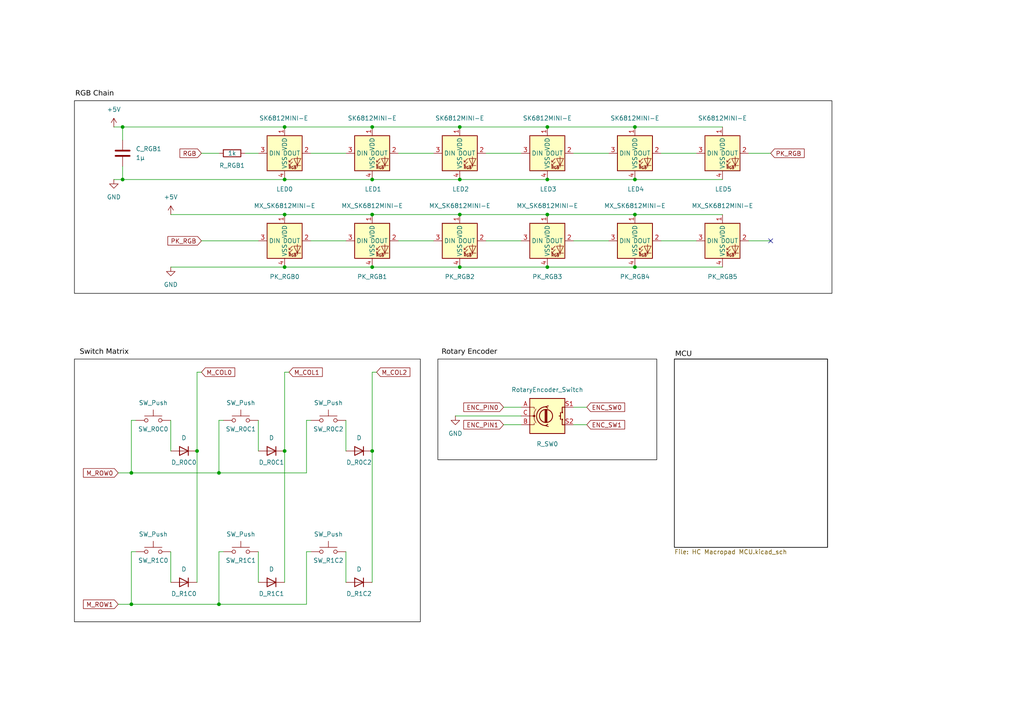
<source format=kicad_sch>
(kicad_sch (version 20231120) (generator "eeschema") (generator_version "8.0")
  (paper "A4")
  (title_block (title "HC Macropad") (date "2024-10-07") (rev "0.1.2") (company "Google") (comment 1 "Licensed under CERN-OHL-W v2"))
  (lib_symbols
    (symbol "Device:C" (pin_numbers hide) (pin_names (offset 0.254))
      (property "Reference" "C" (at 0.635 2.54 0))
      (property "Value" "C" (at 0.635 -2.54 0))
      (symbol "C_0_1"
        (polyline (pts (xy -2.032 -0.762) (xy 2.032 -0.762)) (stroke (width 0.508)))
        (polyline (pts (xy -2.032 0.762) (xy 2.032 0.762)) (stroke (width 0.508)))
      )
      (symbol "C_1_1"
        (pin passive line (at 0 3.81 270) (length 2.794) (name "~") (number "1"))
        (pin passive line (at 0 -3.81 90) (length 2.794) (name "~") (number "2"))
      )
    )
    (symbol "Device:D" (pin_numbers hide) (pin_names (offset 1.016) hide)
      (property "Reference" "D" (at 0 2.54 0))
      (property "Value" "D" (at 0 -2.54 0))
      (symbol "D_0_1"
        (polyline (pts (xy -1.27 1.27) (xy -1.27 -1.27)) (stroke (width 0.254)))
        (polyline (pts (xy 1.27 0) (xy -1.27 0)))
        (polyline (pts (xy 1.27 1.27) (xy 1.27 -1.27) (xy -1.27 0) (xy 1.27 1.27)) (stroke (width 0.254)))
      )
      (symbol "D_1_1"
        (pin passive line (at -3.81 0 0) (length 2.54) (name "K") (number "1"))
        (pin passive line (at 3.81 0 180) (length 2.54) (name "A") (number "2"))
      )
    )
    (symbol "Device:R" (pin_numbers hide) (pin_names (offset 0))
      (property "Reference" "R" (at 2.032 0 90))
      (property "Value" "R" (at 0 0 90))
      (symbol "R_0_1"
        (rectangle (start -1.016 -2.54) (end 1.016 2.54) (stroke (width 0.254)))
      )
      (symbol "R_1_1"
        (pin passive line (at 0 3.81 270) (length 1.27) (name "~") (number "1"))
        (pin passive line (at 0 -3.81 90) (length 1.27) (name "~") (number "2"))
      )
    )
    (symbol "Device:RotaryEncoder_Switch" (pin_names (offset 0.254) hide)
      (property "Reference" "SW" (at 0 6.604 0))
      (property "Value" "RotaryEncoder_Switch" (at 0 -6.604 0))
      (symbol "RotaryEncoder_Switch_0_1"
        (rectangle (start -5.08 5.08) (end 5.08 -5.08) (stroke (width 0.254)) (fill (type background)))
        (circle (center -3.81 0) (radius 0.254) (fill (type outline)))
        (circle (center -0.381 0) (radius 1.905) (stroke (width 0.254)))
        (arc (start -0.381 2.667) (mid -3.0988 -0.0635) (end -0.381 -2.794) (stroke (width 0.254)))
        (polyline (pts (xy -0.635 -1.778) (xy -0.635 1.778)) (stroke (width 0.254)))
        (polyline (pts (xy -0.381 -1.778) (xy -0.381 1.778)) (stroke (width 0.254)))
        (polyline (pts (xy -0.127 1.778) (xy -0.127 -1.778)) (stroke (width 0.254)))
        (polyline (pts (xy 3.81 0) (xy 3.429 0)) (stroke (width 0.254)))
        (polyline (pts (xy 3.81 1.016) (xy 3.81 -1.016)) (stroke (width 0.254)))
        (polyline (pts (xy -5.08 -2.54) (xy -3.81 -2.54) (xy -3.81 -2.032)))
        (polyline (pts (xy -5.08 2.54) (xy -3.81 2.54) (xy -3.81 2.032)))
        (polyline (pts (xy 0.254 -3.048) (xy -0.508 -2.794) (xy 0.127 -2.413)) (stroke (width 0.254)))
        (polyline (pts (xy 0.254 2.921) (xy -0.508 2.667) (xy 0.127 2.286)) (stroke (width 0.254)))
        (polyline (pts (xy 5.08 -2.54) (xy 4.318 -2.54) (xy 4.318 -1.016)) (stroke (width 0.254)))
        (polyline (pts (xy 5.08 2.54) (xy 4.318 2.54) (xy 4.318 1.016)) (stroke (width 0.254)))
        (polyline (pts (xy -5.08 0) (xy -3.81 0) (xy -3.81 -1.016) (xy -3.302 -2.032)))
        (polyline (pts (xy -4.318 0) (xy -3.81 0) (xy -3.81 1.016) (xy -3.302 2.032)))
        (circle (center 4.318 -1.016) (radius 0.127) (stroke (width 0.254)))
        (circle (center 4.318 1.016) (radius 0.127) (stroke (width 0.254)))
      )
      (symbol "RotaryEncoder_Switch_1_1"
        (pin passive line (at -7.62 2.54 0) (length 2.54) (name "A") (number "A"))
        (pin passive line (at -7.62 -2.54 0) (length 2.54) (name "B") (number "B"))
        (pin passive line (at -7.62 0 0) (length 2.54) (name "C") (number "C"))
        (pin passive line (at 7.62 2.54 180) (length 2.54) (name "S1") (number "S1"))
        (pin passive line (at 7.62 -2.54 180) (length 2.54) (name "S2") (number "S2"))
      )
    )
    (symbol "PCM_marbastlib-mx:MX_SK6812MINI-E"
      (property "Reference" "LED" (at 3.175 6.35 0))
      (property "Value" "MX_SK6812MINI-E" (at 10.16 -6.985 0))
      (symbol "MX_SK6812MINI-E_0_0"
        (text "RGB" (at 2.286 -4.191 0) (effects (font (size 0.762 0.762))))
      )
      (symbol "MX_SK6812MINI-E_0_1"
        (rectangle (start -5.08 5.08) (end 5.08 -5.08) (stroke (width 0.254)) (fill (type background)))
        (polyline (pts (xy 1.27 -3.556) (xy 1.778 -3.556)))
        (polyline (pts (xy 1.27 -2.54) (xy 1.778 -2.54)))
        (polyline (pts (xy 4.699 -3.556) (xy 2.667 -3.556)))
        (polyline (pts (xy 2.286 -2.54) (xy 1.27 -3.556) (xy 1.27 -3.048)))
        (polyline (pts (xy 2.286 -1.524) (xy 1.27 -2.54) (xy 1.27 -2.032)))
        (polyline (pts (xy 3.683 -1.016) (xy 3.683 -3.556) (xy 3.683 -4.064)))
        (polyline (pts (xy 4.699 -1.524) (xy 2.667 -1.524) (xy 3.683 -3.556) (xy 4.699 -1.524)))
      )
      (symbol "MX_SK6812MINI-E_1_1"
        (pin power_in line (at 0 7.62 270) (length 2.54) (name "VDD") (number "1"))
        (pin output line (at 7.62 0 180) (length 2.54) (name "DOUT") (number "2"))
        (pin input line (at -7.62 0 0) (length 2.54) (name "DIN") (number "3"))
        (pin power_in line (at 0 -7.62 90) (length 2.54) (name "VSS") (number "4"))
      )
    )
    (symbol "PCM_marbastlib-various:SK6812MINI-E"
      (property "Reference" "LED" (at 2.54 6.35 0))
      (property "Value" "SK6812MINI-E" (at 7.62 -6.35 0))
      (symbol "SK6812MINI-E_0_0"
        (text "RGB" (at 2.286 -4.191 0) (effects (font (size 0.762 0.762))))
      )
      (symbol "SK6812MINI-E_0_1"
        (polyline (pts (xy 1.27 -3.556) (xy 1.778 -3.556)))
        (polyline (pts (xy 1.27 -2.54) (xy 1.778 -2.54)))
        (polyline (pts (xy 4.699 -3.556) (xy 2.667 -3.556)))
        (polyline (pts (xy 2.286 -2.54) (xy 1.27 -3.556) (xy 1.27 -3.048)))
        (polyline (pts (xy 2.286 -1.524) (xy 1.27 -2.54) (xy 1.27 -2.032)))
        (polyline (pts (xy 3.683 -1.016) (xy 3.683 -3.556) (xy 3.683 -4.064)))
        (polyline (pts (xy 4.699 -1.524) (xy 2.667 -1.524) (xy 3.683 -3.556) (xy 4.699 -1.524)))
        (rectangle (start 5.08 5.08) (end -5.08 -5.08) (stroke (width 0.254)) (fill (type background)))
      )
      (symbol "SK6812MINI-E_1_1"
        (pin power_in line (at 0 7.62 270) (length 2.54) (name "VDD") (number "1"))
        (pin output line (at 7.62 0 180) (length 2.54) (name "DOUT") (number "2"))
        (pin input line (at -7.62 0 0) (length 2.54) (name "DIN") (number "3"))
        (pin power_in line (at 0 -7.62 90) (length 2.54) (name "VSS") (number "4"))
      )
    )
    (symbol "Switch:SW_Push" (pin_numbers hide) (pin_names (offset 1.016) hide)
      (property "Reference" "SW" (at 1.27 2.54 0))
      (property "Value" "SW_Push" (at 0 -1.524 0))
      (symbol "SW_Push_0_1"
        (circle (center -2.032 0) (radius 0.508))
        (polyline (pts (xy 0 1.27) (xy 0 3.048)))
        (polyline (pts (xy 2.54 1.27) (xy -2.54 1.27)))
        (circle (center 2.032 0) (radius 0.508))
        (pin passive line (at -5.08 0 0) (length 2.54) (name "1") (number "1"))
        (pin passive line (at 5.08 0 180) (length 2.54) (name "2") (number "2"))
      )
    )
    (symbol "power:+5V" (power) (pin_numbers hide) (pin_names (offset 0) hide)
      (property "Value" "+5V" (at 0 3.556 0))
      (symbol "+5V_0_1"
        (polyline (pts (xy -0.762 1.27) (xy 0 2.54)))
        (polyline (pts (xy 0 0) (xy 0 2.54)))
        (polyline (pts (xy 0 2.54) (xy 0.762 1.27)))
      )
      (symbol "+5V_1_1"
        (pin power_in line (at 0 0 90) (length 0) (name "~") (number "1"))
      )
    )
    (symbol "power:GND" (power) (pin_numbers hide) (pin_names (offset 0) hide)
      (property "Value" "GND" (at 0 -3.81 0))
      (symbol "GND_0_1"
        (polyline (pts (xy 0 0) (xy 0 -1.27) (xy 1.27 -1.27) (xy 0 -2.54) (xy -1.27 -1.27) (xy 0 -1.27)))
      )
      (symbol "GND_1_1"
        (pin power_in line (at 0 0 270) (length 0) (name "~") (number "1"))
      )
    )
  )
  (junction (at 107.95 77.47))
  (junction (at 35.56 36.83))
  (junction (at 107.95 36.83))
  (junction (at 57.15 130.81))
  (junction (at 38.1 175.26))
  (junction (at 158.75 52.07))
  (junction (at 35.56 52.07))
  (junction (at 184.15 77.47))
  (junction (at 107.95 130.81))
  (junction (at 63.5 175.26))
  (junction (at 107.95 62.23))
  (junction (at 133.35 36.83))
  (junction (at 82.55 130.81))
  (junction (at 158.75 62.23))
  (junction (at 82.55 52.07))
  (junction (at 158.75 36.83))
  (junction (at 184.15 62.23))
  (junction (at 82.55 36.83))
  (junction (at 184.15 52.07))
  (junction (at 107.95 52.07))
  (junction (at 133.35 62.23))
  (junction (at 184.15 36.83))
  (junction (at 38.1 137.16))
  (junction (at 158.75 77.47))
  (junction (at 63.5 137.16))
  (junction (at 133.35 77.47))
  (junction (at 82.55 77.47))
  (junction (at 82.55 62.23))
  (junction (at 133.35 52.07))
  (no_connect (at 223.52 69.85))
  (wire (pts (xy 146.05 118.11) (xy 151.13 118.11)))
  (wire (pts (xy 49.53 121.92) (xy 49.53 130.81)))
  (wire (pts (xy 58.42 69.85) (xy 74.93 69.85)))
  (wire (pts (xy 35.56 52.07) (xy 35.56 48.26)))
  (wire (pts (xy 166.37 44.45) (xy 176.53 44.45)))
  (wire (pts (xy 63.5 160.02) (xy 63.5 175.26)))
  (wire (pts (xy 64.77 160.02) (xy 63.5 160.02)))
  (wire (pts (xy 184.15 52.07) (xy 209.55 52.07)))
  (wire (pts (xy 217.17 69.85) (xy 223.52 69.85)))
  (wire (pts (xy 107.95 36.83) (xy 133.35 36.83)))
  (wire (pts (xy 107.95 62.23) (xy 133.35 62.23)))
  (wire (pts (xy 166.37 118.11) (xy 170.18 118.11)))
  (wire (pts (xy 63.5 137.16) (xy 88.9 137.16)))
  (wire (pts (xy 107.95 107.95) (xy 107.95 130.81)))
  (wire (pts (xy 90.17 44.45) (xy 100.33 44.45)))
  (wire (pts (xy 88.9 121.92) (xy 88.9 137.16)))
  (wire (pts (xy 115.57 69.85) (xy 125.73 69.85)))
  (wire (pts (xy 38.1 175.26) (xy 63.5 175.26)))
  (wire (pts (xy 217.17 44.45) (xy 223.52 44.45)))
  (wire (pts (xy 38.1 137.16) (xy 63.5 137.16)))
  (wire (pts (xy 90.17 121.92) (xy 88.9 121.92)))
  (wire (pts (xy 82.55 52.07) (xy 35.56 52.07)))
  (wire (pts (xy 82.55 62.23) (xy 107.95 62.23)))
  (wire (pts (xy 158.75 77.47) (xy 184.15 77.47)))
  (wire (pts (xy 166.37 69.85) (xy 176.53 69.85)))
  (wire (pts (xy 88.9 160.02) (xy 88.9 175.26)))
  (wire (pts (xy 34.29 175.26) (xy 38.1 175.26)))
  (wire (pts (xy 90.17 69.85) (xy 100.33 69.85)))
  (wire (pts (xy 33.02 52.07) (xy 35.56 52.07)))
  (wire (pts (xy 191.77 44.45) (xy 201.93 44.45)))
  (wire (pts (xy 90.17 160.02) (xy 88.9 160.02)))
  (wire (pts (xy 35.56 36.83) (xy 35.56 40.64)))
  (wire (pts (xy 82.55 52.07) (xy 107.95 52.07)))
  (wire (pts (xy 58.42 44.45) (xy 63.5 44.45)))
  (wire (pts (xy 38.1 121.92) (xy 38.1 137.16)))
  (wire (pts (xy 184.15 36.83) (xy 209.55 36.83)))
  (wire (pts (xy 140.97 69.85) (xy 151.13 69.85)))
  (wire (pts (xy 49.53 160.02) (xy 49.53 168.91)))
  (wire (pts (xy 33.02 36.83) (xy 35.56 36.83)))
  (wire (pts (xy 49.53 77.47) (xy 82.55 77.47)))
  (wire (pts (xy 191.77 69.85) (xy 201.93 69.85)))
  (wire (pts (xy 140.97 44.45) (xy 151.13 44.45)))
  (wire (pts (xy 107.95 130.81) (xy 107.95 168.91)))
  (wire (pts (xy 38.1 160.02) (xy 38.1 175.26)))
  (wire (pts (xy 34.29 137.16) (xy 38.1 137.16)))
  (wire (pts (xy 39.37 121.92) (xy 38.1 121.92)))
  (wire (pts (xy 82.55 107.95) (xy 82.55 130.81)))
  (wire (pts (xy 63.5 121.92) (xy 63.5 137.16)))
  (wire (pts (xy 83.82 107.95) (xy 82.55 107.95)))
  (wire (pts (xy 82.55 36.83) (xy 107.95 36.83)))
  (wire (pts (xy 49.53 62.23) (xy 82.55 62.23)))
  (wire (pts (xy 109.22 107.95) (xy 107.95 107.95)))
  (wire (pts (xy 74.93 160.02) (xy 74.93 168.91)))
  (wire (pts (xy 63.5 175.26) (xy 88.9 175.26)))
  (wire (pts (xy 133.35 77.47) (xy 158.75 77.47)))
  (wire (pts (xy 184.15 77.47) (xy 209.55 77.47)))
  (wire (pts (xy 58.42 107.95) (xy 57.15 107.95)))
  (wire (pts (xy 158.75 36.83) (xy 184.15 36.83)))
  (wire (pts (xy 100.33 121.92) (xy 100.33 130.81)))
  (wire (pts (xy 71.12 44.45) (xy 74.93 44.45)))
  (wire (pts (xy 158.75 52.07) (xy 184.15 52.07)))
  (wire (pts (xy 133.35 36.83) (xy 158.75 36.83)))
  (wire (pts (xy 64.77 121.92) (xy 63.5 121.92)))
  (wire (pts (xy 146.05 123.19) (xy 151.13 123.19)))
  (wire (pts (xy 115.57 44.45) (xy 125.73 44.45)))
  (wire (pts (xy 133.35 62.23) (xy 158.75 62.23)))
  (wire (pts (xy 132.08 120.65) (xy 151.13 120.65)))
  (wire (pts (xy 133.35 52.07) (xy 158.75 52.07)))
  (wire (pts (xy 39.37 160.02) (xy 38.1 160.02)))
  (wire (pts (xy 82.55 77.47) (xy 107.95 77.47)))
  (wire (pts (xy 184.15 62.23) (xy 209.55 62.23)))
  (wire (pts (xy 57.15 107.95) (xy 57.15 130.81)))
  (wire (pts (xy 82.55 36.83) (xy 35.56 36.83)))
  (wire (pts (xy 74.93 121.92) (xy 74.93 130.81)))
  (wire (pts (xy 57.15 130.81) (xy 57.15 168.91)))
  (wire (pts (xy 82.55 130.81) (xy 82.55 168.91)))
  (wire (pts (xy 166.37 123.19) (xy 170.18 123.19)))
  (wire (pts (xy 107.95 77.47) (xy 133.35 77.47)))
  (wire (pts (xy 100.33 160.02) (xy 100.33 168.91)))
  (wire (pts (xy 158.75 62.23) (xy 184.15 62.23)))
  (wire (pts (xy 107.95 52.07) (xy 133.35 52.07)))
  (rectangle (start 21.59 104.14) (end 121.92 180.34) (stroke (width 0) (color 0 0 0 1)))
  (rectangle (start 21.59 29.21) (end 241.3 85.09) (stroke (width 0) (color 0 0 0 1)))
  (rectangle (start 127 104.14) (end 190.5 133.35) (stroke (width 0) (color 0 0 0 1)))
  (text "Switch Matrix\n" (at 30.226 102.616 0) (effects (font (size 1.5 1.5))))
  (text "RGB Chain" (at 21.844 27.686 0) (effects (font (size 1.5 1.5)) (justify left)))
  (text "Rotary Encoder" (at 136.144 102.616 0) (effects (font (size 1.5 1.5))))
  (global_label "ENC_PIN1" (shape input) (at 146.05 123.19 180) (property "Intersheetrefs" "${INTERSHEET_REFS}" (effects (hide yes))))
  (global_label "ENC_PIN0" (shape input) (at 146.05 118.11 180) (property "Intersheetrefs" "${INTERSHEET_REFS}" (effects (hide yes))))
  (global_label "M_COL0" (shape input) (at 58.42 107.95 0) (property "Intersheetrefs" "${INTERSHEET_REFS}" (effects (hide yes))))
  (global_label "ENC_SW1" (shape input) (at 170.18 123.19 0) (property "Intersheetrefs" "${INTERSHEET_REFS}" (effects (hide yes))))
  (global_label "M_ROW1" (shape input) (at 34.29 175.26 180) (property "Intersheetrefs" "${INTERSHEET_REFS}" (effects (hide yes))))
  (global_label "ENC_SW0" (shape input) (at 170.18 118.11 0) (property "Intersheetrefs" "${INTERSHEET_REFS}" (effects (hide yes))))
  (global_label "RGB" (shape input) (at 58.42 44.45 180) (property "Intersheetrefs" "${INTERSHEET_REFS}" (effects (hide yes))))
  (global_label "M_ROW0" (shape input) (at 34.29 137.16 180) (property "Intersheetrefs" "${INTERSHEET_REFS}" (effects (hide yes))))
  (global_label "PK_RGB" (shape input) (at 223.52 44.45 0) (property "Intersheetrefs" "${INTERSHEET_REFS}" (effects (hide yes))))
  (global_label "M_COL2" (shape input) (at 109.22 107.95 0) (property "Intersheetrefs" "${INTERSHEET_REFS}" (effects (hide yes))))
  (global_label "PK_RGB" (shape input) (at 58.42 69.85 180) (property "Intersheetrefs" "${INTERSHEET_REFS}" (effects (hide yes))))
  (global_label "M_COL1" (shape input) (at 83.82 107.95 0) (property "Intersheetrefs" "${INTERSHEET_REFS}" (effects (hide yes))))
  (symbol (lib_id "PCM_marbastlib-mx:MX_SK6812MINI-E") (at 107.95 69.85 0) (unit 1)
    (property "Reference" "PK_RGB1" (at 107.95 80.264 0))
    (property "Value" "MX_SK6812MINI-E" (at 107.95 59.69 0))
    (property "Footprint" "PCM_marbastlib-mx:LED_MX_6028R" (effects (hide yes)))
    (property "Description" "Reverse mount adressable LED (WS2812 protocol)" (effects (hide yes)))
  )
  (symbol (lib_id "Device:C") (at 35.56 44.45 0) (unit 1)
    (property "Reference" "C_RGB1" (at 39.37 43.18 0) (effects (justify left)))
    (property "Value" "1µ" (at 39.37 45.72 0) (effects (justify left)))
    (property "Footprint" "Capacitor_SMD:C_0402_1005Metric" (effects (hide yes)))
    (property "Description" "Unpolarized capacitor" (effects (hide yes)))
    (property "LCSC" "C52923" (effects (hide yes)))
  )
  (symbol (lib_id "PCM_marbastlib-mx:MX_SK6812MINI-E") (at 82.55 69.85 0) (unit 1)
    (property "Reference" "PK_RGB0" (at 82.55 80.264 0))
    (property "Value" "MX_SK6812MINI-E" (at 82.55 59.69 0))
    (property "Footprint" "PCM_marbastlib-mx:LED_MX_6028R" (effects (hide yes)))
    (property "Description" "Reverse mount adressable LED (WS2812 protocol)" (effects (hide yes)))
  )
  (symbol (lib_id "Device:R") (at 67.31 44.45 90) (unit 1)
    (property "Reference" "R_RGB1" (at 67.31 48.006 90))
    (property "Value" "1k" (at 67.31 44.45 90))
    (property "Footprint" "Resistor_SMD:R_0402_1005Metric" (effects (hide yes)))
    (property "Description" "Resistor" (effects (hide yes)))
    (property "LCSC" "C11702" (effects (hide yes)))
  )
  (symbol (lib_id "PCM_marbastlib-various:SK6812MINI-E") (at 133.35 44.45 0) (unit 1)
    (property "Reference" "LED2" (at 133.604 54.864 0))
    (property "Value" "SK6812MINI-E" (at 133.35 34.29 0))
    (property "Footprint" "PCM_marbastlib-various:LED_6028R" (effects (hide yes)))
    (property "Description" "Reverse mount adressable LED (WS2812 protocol)" (effects (hide yes)))
  )
  (symbol (lib_id "PCM_marbastlib-mx:MX_SK6812MINI-E") (at 133.35 69.85 0) (unit 1)
    (property "Reference" "PK_RGB2" (at 133.35 80.264 0))
    (property "Value" "MX_SK6812MINI-E" (at 133.35 59.69 0))
    (property "Footprint" "PCM_marbastlib-mx:LED_MX_6028R" (effects (hide yes)))
    (property "Description" "Reverse mount adressable LED (WS2812 protocol)" (effects (hide yes)))
  )
  (symbol (lib_id "power:GND") (at 49.53 77.47 0) (unit 1)
    (property "Reference" "#PWR06" (effects (hide yes)))
    (property "Value" "GND" (at 49.53 82.55 0))
    (property "Description" "Power symbol creates a global label with name \"GND\" , ground" (effects (hide yes)))
  )
  (symbol (lib_id "PCM_marbastlib-mx:MX_SK6812MINI-E") (at 209.55 69.85 0) (unit 1)
    (property "Reference" "PK_RGB5" (at 209.55 80.264 0))
    (property "Value" "MX_SK6812MINI-E" (at 209.55 59.69 0))
    (property "Footprint" "PCM_marbastlib-mx:LED_MX_6028R" (effects (hide yes)))
    (property "Description" "Reverse mount adressable LED (WS2812 protocol)" (effects (hide yes)))
  )
  (symbol (lib_id "PCM_marbastlib-various:SK6812MINI-E") (at 158.75 44.45 0) (unit 1)
    (property "Reference" "LED3" (at 159.004 54.864 0))
    (property "Value" "SK6812MINI-E" (at 158.75 34.29 0))
    (property "Footprint" "PCM_marbastlib-various:LED_6028R" (effects (hide yes)))
    (property "Description" "Reverse mount adressable LED (WS2812 protocol)" (effects (hide yes)))
  )
  (symbol (lib_id "Device:D") (at 104.14 168.91 0) (mirror y) (unit 1)
    (property "Reference" "D_R1C2" (at 104.14 172.212 0))
    (property "Value" "D" (at 104.14 165.1 0))
    (property "Footprint" "Diode_SMD:D_SOD-123" (effects (hide yes)))
    (property "Description" "Diode" (effects (hide yes)))
    (property "Sim.Device" "D" (effects (hide yes)))
    (property "Sim.Pins" "1=K 2=A" (effects (hide yes)))
  )
  (symbol (lib_id "Device:D") (at 104.14 130.81 0) (mirror y) (unit 1)
    (property "Reference" "D_R0C2" (at 104.14 134.112 0))
    (property "Value" "D" (at 104.14 127 0))
    (property "Footprint" "Diode_SMD:D_SOD-123" (effects (hide yes)))
    (property "Description" "Diode" (effects (hide yes)))
    (property "Sim.Device" "D" (effects (hide yes)))
    (property "Sim.Pins" "1=K 2=A" (effects (hide yes)))
  )
  (symbol (lib_id "Device:RotaryEncoder_Switch") (at 158.75 120.65 0) (unit 1)
    (property "Reference" "R_SW0" (at 158.75 128.778 0))
    (property "Value" "RotaryEncoder_Switch" (at 158.75 113.03 0))
    (property "Footprint" "Rotary_Encoder:RotaryEncoder_Alps_EC11E-Switch_Vertical_H20mm" (effects (hide yes)))
    (property "Description" "Rotary encoder, dual channel, incremental quadrate outputs, with switch" (effects (hide yes)))
  )
  (symbol (lib_id "PCM_marbastlib-various:SK6812MINI-E") (at 107.95 44.45 0) (unit 1)
    (property "Reference" "LED1" (at 108.204 54.864 0))
    (property "Value" "SK6812MINI-E" (at 107.95 34.29 0))
    (property "Footprint" "PCM_marbastlib-various:LED_6028R" (effects (hide yes)))
    (property "Description" "Reverse mount adressable LED (WS2812 protocol)" (effects (hide yes)))
  )
  (symbol (lib_id "PCM_marbastlib-various:SK6812MINI-E") (at 82.55 44.45 0) (unit 1)
    (property "Reference" "LED0" (at 82.55 54.864 0))
    (property "Value" "SK6812MINI-E" (at 82.296 34.29 0))
    (property "Footprint" "PCM_marbastlib-various:LED_6028R" (effects (hide yes)))
    (property "Description" "Reverse mount adressable LED (WS2812 protocol)" (effects (hide yes)))
  )
  (symbol (lib_id "power:GND") (at 132.08 120.65 0) (unit 1)
    (property "Reference" "#PWR012" (effects (hide yes)))
    (property "Value" "GND" (at 132.08 125.73 0))
    (property "Description" "Power symbol creates a global label with name \"GND\" , ground" (effects (hide yes)))
  )
  (symbol (lib_id "Switch:SW_Push") (at 69.85 160.02 0) (unit 1)
    (property "Reference" "SW_R1C1" (at 69.85 162.56 0))
    (property "Value" "SW_Push" (at 69.85 154.94 0))
    (property "Footprint" "PCM_marbastlib-mx:SW_MX_1u" (effects (hide yes)))
    (property "Description" "Push button switch, generic, two pins" (effects (hide yes)))
  )
  (symbol (lib_id "Device:D") (at 53.34 168.91 0) (mirror y) (unit 1)
    (property "Reference" "D_R1C0" (at 53.34 172.212 0))
    (property "Value" "D" (at 53.34 165.1 0))
    (property "Footprint" "Diode_SMD:D_SOD-123" (effects (hide yes)))
    (property "Description" "Diode" (effects (hide yes)))
    (property "Sim.Device" "D" (effects (hide yes)))
    (property "Sim.Pins" "1=K 2=A" (effects (hide yes)))
  )
  (symbol (lib_id "Switch:SW_Push") (at 44.45 160.02 0) (unit 1)
    (property "Reference" "SW_R1C0" (at 44.45 162.56 0))
    (property "Value" "SW_Push" (at 44.45 154.94 0))
    (property "Footprint" "PCM_marbastlib-mx:SW_MX_1u" (effects (hide yes)))
    (property "Description" "Push button switch, generic, two pins" (effects (hide yes)))
  )
  (symbol (lib_id "Switch:SW_Push") (at 69.85 121.92 0) (unit 1)
    (property "Reference" "SW_R0C1" (at 69.85 124.46 0))
    (property "Value" "SW_Push" (at 69.85 116.84 0))
    (property "Footprint" "PCM_marbastlib-mx:SW_MX_1u" (effects (hide yes)))
    (property "Description" "Push button switch, generic, two pins" (effects (hide yes)))
  )
  (symbol (lib_id "Device:D") (at 53.34 130.81 0) (mirror y) (unit 1)
    (property "Reference" "D_R0C0" (at 53.34 134.112 0))
    (property "Value" "D" (at 53.34 127 0))
    (property "Footprint" "Diode_SMD:D_SOD-123" (effects (hide yes)))
    (property "Description" "Diode" (effects (hide yes)))
    (property "Sim.Device" "D" (effects (hide yes)))
    (property "Sim.Pins" "1=K 2=A" (effects (hide yes)))
  )
  (symbol (lib_id "Switch:SW_Push") (at 95.25 121.92 0) (unit 1)
    (property "Reference" "SW_R0C2" (at 95.25 124.46 0))
    (property "Value" "SW_Push" (at 95.25 116.84 0))
    (property "Footprint" "PCM_marbastlib-mx:SW_MX_1u" (effects (hide yes)))
    (property "Description" "Push button switch, generic, two pins" (effects (hide yes)))
  )
  (symbol (lib_id "PCM_marbastlib-mx:MX_SK6812MINI-E") (at 158.75 69.85 0) (unit 1)
    (property "Reference" "PK_RGB3" (at 158.75 80.264 0))
    (property "Value" "MX_SK6812MINI-E" (at 158.75 59.69 0))
    (property "Footprint" "PCM_marbastlib-mx:LED_MX_6028R" (effects (hide yes)))
    (property "Description" "Reverse mount adressable LED (WS2812 protocol)" (effects (hide yes)))
  )
  (symbol (lib_id "Switch:SW_Push") (at 95.25 160.02 0) (unit 1)
    (property "Reference" "SW_R1C2" (at 95.25 162.56 0))
    (property "Value" "SW_Push" (at 95.25 154.94 0))
    (property "Footprint" "PCM_marbastlib-mx:SW_MX_1u" (effects (hide yes)))
    (property "Description" "Push button switch, generic, two pins" (effects (hide yes)))
  )
  (symbol (lib_id "power:+5V") (at 33.02 36.83 0) (unit 1)
    (property "Reference" "#PWR01" (effects (hide yes)))
    (property "Value" "+5V" (at 33.02 31.75 0))
    (property "Description" "Power symbol creates a global label with name \"+5V\"" (effects (hide yes)))
  )
  (symbol (lib_id "Switch:SW_Push") (at 44.45 121.92 0) (unit 1)
    (property "Reference" "SW_R0C0" (at 44.45 124.46 0))
    (property "Value" "SW_Push" (at 44.45 116.84 0))
    (property "Footprint" "PCM_marbastlib-mx:SW_MX_1u" (effects (hide yes)))
    (property "Description" "Push button switch, generic, two pins" (effects (hide yes)))
  )
  (symbol (lib_id "Device:D") (at 78.74 168.91 0) (mirror y) (unit 1)
    (property "Reference" "D_R1C1" (at 78.74 172.212 0))
    (property "Value" "D" (at 78.74 165.1 0))
    (property "Footprint" "Diode_SMD:D_SOD-123" (effects (hide yes)))
    (property "Description" "Diode" (effects (hide yes)))
    (property "Sim.Device" "D" (effects (hide yes)))
    (property "Sim.Pins" "1=K 2=A" (effects (hide yes)))
  )
  (symbol (lib_id "PCM_marbastlib-mx:MX_SK6812MINI-E") (at 184.15 69.85 0) (unit 1)
    (property "Reference" "PK_RGB4" (at 184.15 80.264 0))
    (property "Value" "MX_SK6812MINI-E" (at 184.15 59.69 0))
    (property "Footprint" "PCM_marbastlib-mx:LED_MX_6028R" (effects (hide yes)))
    (property "Description" "Reverse mount adressable LED (WS2812 protocol)" (effects (hide yes)))
  )
  (symbol (lib_id "PCM_marbastlib-various:SK6812MINI-E") (at 184.15 44.45 0) (unit 1)
    (property "Reference" "LED4" (at 184.404 54.864 0))
    (property "Value" "SK6812MINI-E" (at 184.15 34.29 0))
    (property "Footprint" "PCM_marbastlib-various:LED_6028R" (effects (hide yes)))
    (property "Description" "Reverse mount adressable LED (WS2812 protocol)" (effects (hide yes)))
  )
  (symbol (lib_id "PCM_marbastlib-various:SK6812MINI-E") (at 209.55 44.45 0) (unit 1)
    (property "Reference" "LED5" (at 209.804 54.864 0))
    (property "Value" "SK6812MINI-E" (at 209.55 34.29 0))
    (property "Footprint" "PCM_marbastlib-various:LED_6028R" (effects (hide yes)))
    (property "Description" "Reverse mount adressable LED (WS2812 protocol)" (effects (hide yes)))
  )
  (symbol (lib_id "power:GND") (at 33.02 52.07 0) (unit 1)
    (property "Reference" "#PWR04" (effects (hide yes)))
    (property "Value" "GND" (at 33.02 57.15 0))
    (property "Description" "Power symbol creates a global label with name \"GND\" , ground" (effects (hide yes)))
  )
  (symbol (lib_id "Device:D") (at 78.74 130.81 0) (mirror y) (unit 1)
    (property "Reference" "D_R0C1" (at 78.74 134.112 0))
    (property "Value" "D" (at 78.74 127 0))
    (property "Footprint" "Diode_SMD:D_SOD-123" (effects (hide yes)))
    (property "Description" "Diode" (effects (hide yes)))
    (property "Sim.Device" "D" (effects (hide yes)))
    (property "Sim.Pins" "1=K 2=A" (effects (hide yes)))
  )
  (symbol (lib_id "power:+5V") (at 49.53 62.23 0) (unit 1)
    (property "Reference" "#PWR05" (effects (hide yes)))
    (property "Value" "+5V" (at 49.53 57.15 0))
    (property "Description" "Power symbol creates a global label with name \"+5V\"" (effects (hide yes)))
  )
  (sheet (at 195.58 104.14) (size 44.45 54.61) (stroke (width 0.1524) (color 0 0 0 1))
    (property "Sheetname" "MCU" (at 195.834 102.616 0) (effects (font (size 1.5 1.5) (italic yes)) (justify left)))
    (property "Sheetfile" "HC Macropad MCU.kicad_sch" (at 195.58 159.3346 0) (effects (justify left top)))
  )
)
</source>
